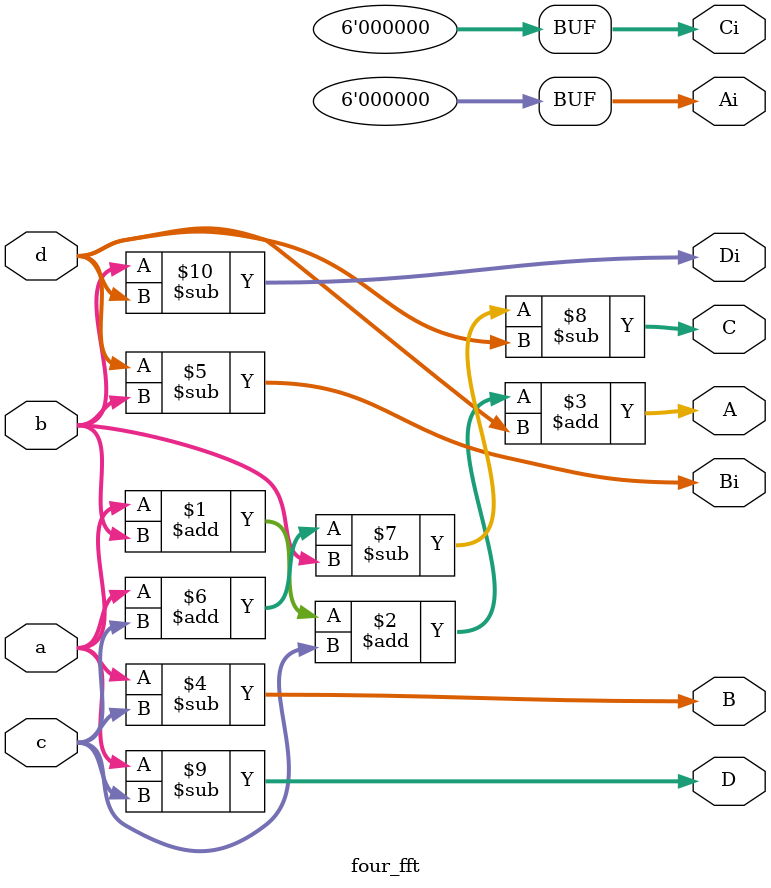
<source format=v>


module four_fft( a,b,c,d,A,Ai,B,Bi,C,Ci,D,Di);

             input [3:0] a;

             input[3:0] b;

             input[3:0] c;

             input[3:0] d;

             output [5:0] A;

             output [5:0] Ai;

             output[5:0] B;

             output [5:0] Bi;

             output[5:0] C;

             output [5:0] Ci;

             output[5:0] D;

              output [5:0] Di;

assign  A = a+b+c+d;

             assign Ai=0;

             assign B=a-c;

assign Bi=d-b;

assign C= a+c-b-d;

assign Ci=0;

assign D=a-c;

assign Di= b-d;

             endmodule
</source>
